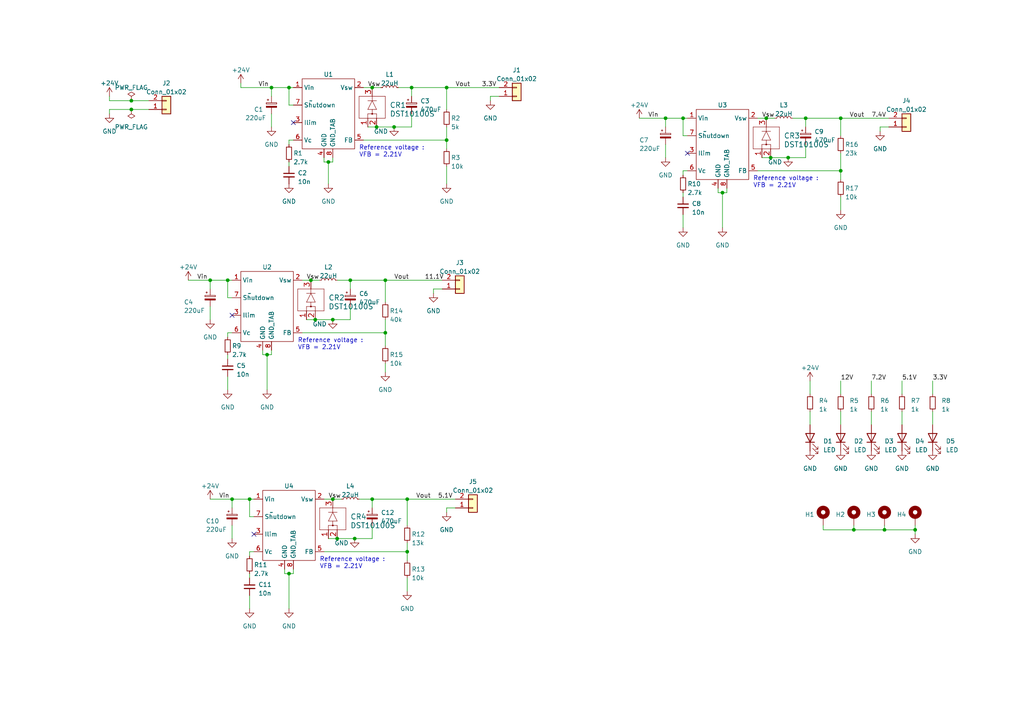
<source format=kicad_sch>
(kicad_sch (version 20230121) (generator eeschema)
  (paper "A4")
  (lib_symbols
    (symbol "2023-03-19_11-33-54:DST10100S" (pin_names (offset 0.254) hide)
      (property "Reference" "CR1" (at 1.27 7.62 0))
      (property "Value" "DST10100S" (at 1.27 5.08 0))
      (symbol "DST10100S_1_1"
        (arc (start -2.54 -0.127) (mid -2.54 -0.127) (end -2.54 -0.127) (stroke (width 0.254)))
        (circle (center -2.54 0) (radius 0.127) (stroke (width 0.254)))
        (polyline (pts (xy -3.81 -3.81) (xy 2.54 -3.81)) (stroke (width 0.127)))
        (polyline (pts (xy -3.81 1.27) (xy -2.54 1.27)) (stroke (width 0.127)))
        (polyline (pts (xy -3.81 3.81) (xy -3.81 -3.81)) (stroke (width 0.127)))
        (polyline (pts (xy -2.54 -1.27) (xy -3.81 -1.27)) (stroke (width 0.127)))
        (polyline (pts (xy -2.54 0) (xy -1.27 0)) (stroke (width 0.127)))
        (polyline (pts (xy -2.54 1.27) (xy -2.54 -1.27)) (stroke (width 0.127)))
        (polyline (pts (xy -1.27 -1.27) (xy 1.27 0)) (stroke (width 0.127)))
        (polyline (pts (xy -1.27 1.27) (xy -1.27 -1.27)) (stroke (width 0.127)))
        (polyline (pts (xy 1.27 0) (xy -1.27 1.27)) (stroke (width 0.127)))
        (polyline (pts (xy 1.27 0) (xy 2.54 0)) (stroke (width 0.127)))
        (polyline (pts (xy 1.27 1.27) (xy 1.27 -1.27)) (stroke (width 0.127)))
        (polyline (pts (xy 2.54 -3.81) (xy 2.54 3.81)) (stroke (width 0.127)))
        (polyline (pts (xy 2.54 3.81) (xy -3.81 3.81)) (stroke (width 0.127)))
        (pin unspecified line (at -6.35 1.27 0) (length 2.54) (name "1") (number "1"))
        (pin unspecified line (at -6.35 -1.27 0) (length 2.54) (name "2") (number "2"))
        (pin unspecified line (at 5.08 0 180) (length 2.54) (name "3") (number "3"))
      )
    )
    (symbol "Connector_Generic:Conn_01x02" (pin_names (offset 1.016) hide)
      (property "Reference" "J" (at 0 2.54 0))
      (property "Value" "Conn_01x02" (at 0 -5.08 0))
      (symbol "Conn_01x02_1_1"
        (rectangle (start -1.27 -2.413) (end 0 -2.667) (stroke (width 0.1524)))
        (rectangle (start -1.27 0.127) (end 0 -0.127) (stroke (width 0.1524)))
        (rectangle (start -1.27 1.27) (end 1.27 -3.81) (stroke (width 0.254)) (fill (type background)))
        (pin passive line (at -5.08 0 0) (length 3.81) (name "Pin_1") (number "1"))
        (pin passive line (at -5.08 -2.54 0) (length 3.81) (name "Pin_2") (number "2"))
      )
    )
    (symbol "Device:C_Polarized_Small" (pin_numbers hide) (pin_names (offset 0.254) hide)
      (property "Reference" "C" (at 0.254 1.778 0))
      (property "Value" "C_Polarized_Small" (at 0.254 -2.032 0))
      (symbol "C_Polarized_Small_0_1"
        (rectangle (start -1.524 -0.3048) (end 1.524 -0.6858) (fill (type outline)))
        (rectangle (start -1.524 0.6858) (end 1.524 0.3048))
        (polyline (pts (xy -1.27 1.524) (xy -0.762 1.524)))
        (polyline (pts (xy -1.016 1.27) (xy -1.016 1.778)))
      )
      (symbol "C_Polarized_Small_1_1"
        (pin passive line (at 0 2.54 270) (length 1.8542) (name "~") (number "1"))
        (pin passive line (at 0 -2.54 90) (length 1.8542) (name "~") (number "2"))
      )
    )
    (symbol "Device:C_Small" (pin_numbers hide) (pin_names (offset 0.254) hide)
      (property "Reference" "C" (at 0.254 1.778 0))
      (property "Value" "C_Small" (at 0.254 -2.032 0))
      (symbol "C_Small_0_1"
        (polyline (pts (xy -1.524 -0.508) (xy 1.524 -0.508)) (stroke (width 0.3302)))
        (polyline (pts (xy -1.524 0.508) (xy 1.524 0.508)) (stroke (width 0.3048)))
      )
      (symbol "C_Small_1_1"
        (pin passive line (at 0 2.54 270) (length 2.032) (name "~") (number "1"))
        (pin passive line (at 0 -2.54 90) (length 2.032) (name "~") (number "2"))
      )
    )
    (symbol "Device:LED" (pin_numbers hide) (pin_names (offset 1.016) hide)
      (property "Reference" "D" (at 0 2.54 0))
      (property "Value" "LED" (at 0 -2.54 0))
      (symbol "LED_0_1"
        (polyline (pts (xy -1.27 -1.27) (xy -1.27 1.27)) (stroke (width 0.254)))
        (polyline (pts (xy -1.27 0) (xy 1.27 0)))
        (polyline (pts (xy 1.27 -1.27) (xy 1.27 1.27) (xy -1.27 0) (xy 1.27 -1.27)) (stroke (width 0.254)))
        (polyline (pts (xy -3.048 -0.762) (xy -4.572 -2.286) (xy -3.81 -2.286) (xy -4.572 -2.286) (xy -4.572 -1.524)))
        (polyline (pts (xy -1.778 -0.762) (xy -3.302 -2.286) (xy -2.54 -2.286) (xy -3.302 -2.286) (xy -3.302 -1.524)))
      )
      (symbol "LED_1_1"
        (pin passive line (at -3.81 0 0) (length 2.54) (name "K") (number "1"))
        (pin passive line (at 3.81 0 180) (length 2.54) (name "A") (number "2"))
      )
    )
    (symbol "Device:L_Small" (pin_numbers hide) (pin_names (offset 0.254) hide)
      (property "Reference" "L" (at 0.762 1.016 0))
      (property "Value" "L_Small" (at 0.762 -1.016 0))
      (symbol "L_Small_0_1"
        (arc (start 0 -2.032) (mid 0.5058 -1.524) (end 0 -1.016))
        (arc (start 0 -1.016) (mid 0.5058 -0.508) (end 0 0))
        (arc (start 0 0) (mid 0.5058 0.508) (end 0 1.016))
        (arc (start 0 1.016) (mid 0.5058 1.524) (end 0 2.032))
      )
      (symbol "L_Small_1_1"
        (pin passive line (at 0 2.54 270) (length 0.508) (name "~") (number "1"))
        (pin passive line (at 0 -2.54 90) (length 0.508) (name "~") (number "2"))
      )
    )
    (symbol "Device:R_Small" (pin_numbers hide) (pin_names (offset 0.254) hide)
      (property "Reference" "R" (at 0.762 0.508 0))
      (property "Value" "R_Small" (at 0.762 -1.016 0))
      (symbol "R_Small_0_1"
        (rectangle (start -0.762 1.778) (end 0.762 -1.778) (stroke (width 0.2032)))
      )
      (symbol "R_Small_1_1"
        (pin passive line (at 0 2.54 270) (length 0.762) (name "~") (number "1"))
        (pin passive line (at 0 -2.54 90) (length 0.762) (name "~") (number "2"))
      )
    )
    (symbol "Mechanical:MountingHole_Pad" (pin_numbers hide) (pin_names (offset 1.016) hide)
      (property "Reference" "H" (at 0 6.35 0))
      (property "Value" "MountingHole_Pad" (at 0 4.445 0))
      (symbol "MountingHole_Pad_0_1"
        (circle (center 0 1.27) (radius 1.27) (stroke (width 1.27)))
      )
      (symbol "MountingHole_Pad_1_1"
        (pin input line (at 0 -2.54 90) (length 2.54) (name "1") (number "1"))
      )
    )
    (symbol "custom:LT1076"
      (property "Reference" "U1" (at 0 10.16 0))
      (property "Value" "~" (at -5.08 2.54 0))
      (symbol "LT1076_0_1"
        (rectangle (start -7.62 8.89) (end 7.62 -11.43))
      )
      (symbol "LT1076_1_1"
        (pin power_in line (at -10.16 6.35 0) (length 2.54) (name "Vin") (number "1"))
        (pin output line (at 10.16 6.35 180) (length 2.54) (name "Vsw") (number "2"))
        (pin input line (at -10.16 -3.81 0) (length 2.54) (name "Ilim") (number "3"))
        (pin power_in line (at -1.27 -13.97 90) (length 2.54) (name "GND") (number "4"))
        (pin input line (at 10.16 -8.89 180) (length 2.54) (name "FB") (number "5"))
        (pin input line (at -10.16 -8.89 0) (length 2.54) (name "Vc") (number "6"))
        (pin input line (at -10.16 1.27 0) (length 2.54) (name "Shutdown") (number "7"))
        (pin power_in line (at 1.27 -13.97 90) (length 2.54) (name "GND_TAB") (number "8"))
      )
    )
    (symbol "power:+24V" (power) (pin_names (offset 0))
      (property "Value" "+24V" (at 0 3.556 0))
      (symbol "+24V_0_1"
        (polyline (pts (xy -0.762 1.27) (xy 0 2.54)))
        (polyline (pts (xy 0 0) (xy 0 2.54)))
        (polyline (pts (xy 0 2.54) (xy 0.762 1.27)))
      )
      (symbol "+24V_1_1"
        (pin power_in line (at 0 0 90) (length 0) hide (name "+24V") (number "1"))
      )
    )
    (symbol "power:GND" (power) (pin_names (offset 0))
      (property "Value" "GND" (at 0 -3.81 0))
      (symbol "GND_0_1"
        (polyline (pts (xy 0 0) (xy 0 -1.27) (xy 1.27 -1.27) (xy 0 -2.54) (xy -1.27 -1.27) (xy 0 -1.27)))
      )
      (symbol "GND_1_1"
        (pin power_in line (at 0 0 270) (length 0) hide (name "GND") (number "1"))
      )
    )
    (symbol "power:PWR_FLAG" (power) (pin_numbers hide) (pin_names (offset 0) hide)
      (property "Value" "PWR_FLAG" (at 0 3.81 0))
      (symbol "PWR_FLAG_0_0"
        (pin power_out line (at 0 0 90) (length 0) (name "pwr") (number "1"))
      )
      (symbol "PWR_FLAG_0_1"
        (polyline (pts (xy 0 0) (xy 0 1.27) (xy -1.016 1.905) (xy 0 2.54) (xy 1.016 1.905) (xy 0 1.27)))
      )
    )
  )
  (junction (at 102.87 156.21))
  (junction (at 91.44 92.71))
  (junction (at 107.95 144.78))
  (junction (at 118.11 144.78))
  (junction (at 78.74 25.4))
  (junction (at 96.52 92.71))
  (junction (at 90.17 81.28))
  (junction (at 111.76 96.52))
  (junction (at 111.76 81.28))
  (junction (at 129.54 40.64))
  (junction (at 60.96 81.28))
  (junction (at 193.04 34.29))
  (junction (at 109.22 36.83))
  (junction (at 77.47 102.87))
  (junction (at 256.54 153.67))
  (junction (at 38.1 29.21))
  (junction (at 243.84 49.53))
  (junction (at 198.12 34.29))
  (junction (at 119.38 25.4))
  (junction (at 38.1 31.75))
  (junction (at 83.82 25.4))
  (junction (at 114.3 36.83))
  (junction (at 243.84 34.29))
  (junction (at 97.79 156.21))
  (junction (at 265.43 153.67))
  (junction (at 222.25 34.29))
  (junction (at 129.54 25.4))
  (junction (at 67.31 144.78))
  (junction (at 118.11 160.02))
  (junction (at 223.52 45.72))
  (junction (at 72.39 144.78))
  (junction (at 107.95 25.4))
  (junction (at 209.55 55.88))
  (junction (at 83.82 166.37))
  (junction (at 96.52 144.78))
  (junction (at 228.6 45.72))
  (junction (at 66.04 81.28))
  (junction (at 101.6 81.28))
  (junction (at 233.68 34.29))
  (junction (at 95.25 46.99))
  (junction (at 247.65 153.67))
  (no_connect (at 73.66 154.94))
  (no_connect (at 85.09 35.56))
  (no_connect (at 67.31 91.44))
  (no_connect (at 199.39 44.45))
  (wire (pts (xy 233.68 34.29) (xy 243.84 34.29)))
  (wire (pts (xy 198.12 50.8) (xy 198.12 49.53)))
  (wire (pts (xy 78.74 33.02) (xy 78.74 36.83)))
  (wire (pts (xy 243.84 110.49) (xy 243.84 114.3)))
  (wire (pts (xy 115.57 25.4) (xy 119.38 25.4)))
  (wire (pts (xy 97.79 156.21) (xy 102.87 156.21)))
  (wire (pts (xy 109.22 36.83) (xy 114.3 36.83)))
  (wire (pts (xy 233.68 41.91) (xy 233.68 45.72)))
  (wire (pts (xy 97.79 81.28) (xy 101.6 81.28)))
  (wire (pts (xy 119.38 27.94) (xy 119.38 25.4)))
  (wire (pts (xy 129.54 36.83) (xy 129.54 40.64)))
  (wire (pts (xy 66.04 102.87) (xy 66.04 104.14)))
  (wire (pts (xy 83.82 166.37) (xy 85.09 166.37)))
  (wire (pts (xy 95.25 53.34) (xy 95.25 46.99)))
  (wire (pts (xy 101.6 88.9) (xy 101.6 92.71)))
  (wire (pts (xy 243.84 34.29) (xy 243.84 39.37)))
  (wire (pts (xy 38.1 31.75) (xy 31.75 31.75)))
  (wire (pts (xy 93.98 46.99) (xy 93.98 45.72)))
  (wire (pts (xy 198.12 49.53) (xy 199.39 49.53)))
  (wire (pts (xy 252.73 119.38) (xy 252.73 123.19)))
  (wire (pts (xy 243.84 49.53) (xy 243.84 52.07)))
  (wire (pts (xy 107.95 147.32) (xy 107.95 144.78)))
  (wire (pts (xy 69.85 25.4) (xy 78.74 25.4)))
  (wire (pts (xy 198.12 62.23) (xy 198.12 66.04)))
  (wire (pts (xy 43.18 29.21) (xy 38.1 29.21)))
  (wire (pts (xy 243.84 119.38) (xy 243.84 123.19)))
  (wire (pts (xy 77.47 113.03) (xy 77.47 102.87)))
  (wire (pts (xy 101.6 81.28) (xy 111.76 81.28)))
  (wire (pts (xy 60.96 144.78) (xy 67.31 144.78)))
  (wire (pts (xy 257.81 36.83) (xy 255.27 36.83)))
  (wire (pts (xy 66.04 97.79) (xy 66.04 96.52)))
  (wire (pts (xy 76.2 102.87) (xy 76.2 101.6)))
  (wire (pts (xy 66.04 109.22) (xy 66.04 113.03)))
  (wire (pts (xy 78.74 25.4) (xy 83.82 25.4)))
  (wire (pts (xy 111.76 96.52) (xy 111.76 100.33)))
  (wire (pts (xy 142.24 27.94) (xy 142.24 29.21)))
  (wire (pts (xy 198.12 34.29) (xy 199.39 34.29)))
  (wire (pts (xy 54.61 81.28) (xy 60.96 81.28)))
  (wire (pts (xy 119.38 33.02) (xy 119.38 36.83)))
  (wire (pts (xy 234.95 110.49) (xy 234.95 114.3)))
  (wire (pts (xy 105.41 25.4) (xy 107.95 25.4)))
  (wire (pts (xy 90.17 81.28) (xy 92.71 81.28)))
  (wire (pts (xy 128.27 83.82) (xy 125.73 83.82)))
  (wire (pts (xy 93.98 144.78) (xy 96.52 144.78)))
  (wire (pts (xy 66.04 81.28) (xy 66.04 86.36)))
  (wire (pts (xy 223.52 45.72) (xy 220.98 45.72)))
  (wire (pts (xy 118.11 157.48) (xy 118.11 160.02)))
  (wire (pts (xy 107.95 144.78) (xy 118.11 144.78)))
  (wire (pts (xy 233.68 36.83) (xy 233.68 34.29)))
  (wire (pts (xy 93.98 160.02) (xy 118.11 160.02)))
  (wire (pts (xy 91.44 92.71) (xy 88.9 92.71)))
  (wire (pts (xy 119.38 25.4) (xy 129.54 25.4)))
  (wire (pts (xy 129.54 25.4) (xy 144.78 25.4)))
  (wire (pts (xy 270.51 119.38) (xy 270.51 123.19)))
  (wire (pts (xy 60.96 81.28) (xy 60.96 83.82)))
  (wire (pts (xy 111.76 92.71) (xy 111.76 96.52)))
  (wire (pts (xy 129.54 40.64) (xy 129.54 43.18)))
  (wire (pts (xy 129.54 48.26) (xy 129.54 53.34)))
  (wire (pts (xy 83.82 25.4) (xy 83.82 30.48)))
  (wire (pts (xy 111.76 105.41) (xy 111.76 107.95)))
  (wire (pts (xy 256.54 153.67) (xy 265.43 153.67)))
  (wire (pts (xy 118.11 144.78) (xy 118.11 152.4)))
  (wire (pts (xy 198.12 34.29) (xy 198.12 39.37)))
  (wire (pts (xy 107.95 156.21) (xy 102.87 156.21)))
  (wire (pts (xy 247.65 153.67) (xy 256.54 153.67)))
  (wire (pts (xy 193.04 41.91) (xy 193.04 45.72)))
  (wire (pts (xy 208.28 55.88) (xy 208.28 54.61)))
  (wire (pts (xy 82.55 166.37) (xy 82.55 165.1)))
  (wire (pts (xy 83.82 46.99) (xy 83.82 48.26)))
  (wire (pts (xy 101.6 92.71) (xy 96.52 92.71)))
  (wire (pts (xy 238.76 152.4) (xy 238.76 153.67)))
  (wire (pts (xy 38.1 29.21) (xy 31.75 29.21)))
  (wire (pts (xy 107.95 25.4) (xy 110.49 25.4)))
  (wire (pts (xy 76.2 102.87) (xy 77.47 102.87)))
  (wire (pts (xy 96.52 46.99) (xy 96.52 45.72)))
  (wire (pts (xy 82.55 166.37) (xy 83.82 166.37)))
  (wire (pts (xy 97.79 156.21) (xy 95.25 156.21)))
  (wire (pts (xy 198.12 39.37) (xy 199.39 39.37)))
  (wire (pts (xy 67.31 144.78) (xy 67.31 147.32)))
  (wire (pts (xy 118.11 144.78) (xy 132.08 144.78)))
  (wire (pts (xy 83.82 25.4) (xy 85.09 25.4)))
  (wire (pts (xy 111.76 81.28) (xy 111.76 87.63)))
  (wire (pts (xy 193.04 34.29) (xy 193.04 36.83)))
  (wire (pts (xy 256.54 152.4) (xy 256.54 153.67)))
  (wire (pts (xy 60.96 88.9) (xy 60.96 92.71)))
  (wire (pts (xy 105.41 40.64) (xy 129.54 40.64)))
  (wire (pts (xy 60.96 81.28) (xy 66.04 81.28)))
  (wire (pts (xy 72.39 144.78) (xy 72.39 149.86)))
  (wire (pts (xy 118.11 167.64) (xy 118.11 171.45)))
  (wire (pts (xy 43.18 31.75) (xy 38.1 31.75)))
  (wire (pts (xy 78.74 102.87) (xy 78.74 101.6)))
  (wire (pts (xy 31.75 31.75) (xy 31.75 33.02)))
  (wire (pts (xy 83.82 41.91) (xy 83.82 40.64)))
  (wire (pts (xy 208.28 55.88) (xy 209.55 55.88)))
  (wire (pts (xy 67.31 144.78) (xy 72.39 144.78)))
  (wire (pts (xy 31.75 29.21) (xy 31.75 27.94)))
  (wire (pts (xy 210.82 55.88) (xy 210.82 54.61)))
  (wire (pts (xy 185.42 34.29) (xy 193.04 34.29)))
  (wire (pts (xy 261.62 119.38) (xy 261.62 123.19)))
  (wire (pts (xy 125.73 83.82) (xy 125.73 85.09)))
  (wire (pts (xy 66.04 81.28) (xy 67.31 81.28)))
  (wire (pts (xy 238.76 153.67) (xy 247.65 153.67)))
  (wire (pts (xy 255.27 36.83) (xy 255.27 38.1)))
  (wire (pts (xy 95.25 46.99) (xy 96.52 46.99)))
  (wire (pts (xy 111.76 81.28) (xy 128.27 81.28)))
  (wire (pts (xy 101.6 83.82) (xy 101.6 81.28)))
  (wire (pts (xy 243.84 34.29) (xy 257.81 34.29)))
  (wire (pts (xy 83.82 40.64) (xy 85.09 40.64)))
  (wire (pts (xy 96.52 144.78) (xy 99.06 144.78)))
  (wire (pts (xy 243.84 57.15) (xy 243.84 60.96)))
  (wire (pts (xy 219.71 49.53) (xy 243.84 49.53)))
  (wire (pts (xy 72.39 160.02) (xy 73.66 160.02)))
  (wire (pts (xy 87.63 81.28) (xy 90.17 81.28)))
  (wire (pts (xy 91.44 92.71) (xy 96.52 92.71)))
  (wire (pts (xy 87.63 96.52) (xy 111.76 96.52)))
  (wire (pts (xy 270.51 110.49) (xy 270.51 114.3)))
  (wire (pts (xy 72.39 144.78) (xy 73.66 144.78)))
  (wire (pts (xy 83.82 176.53) (xy 83.82 166.37)))
  (wire (pts (xy 107.95 152.4) (xy 107.95 156.21)))
  (wire (pts (xy 83.82 30.48) (xy 85.09 30.48)))
  (wire (pts (xy 234.95 119.38) (xy 234.95 123.19)))
  (wire (pts (xy 129.54 147.32) (xy 129.54 148.59)))
  (wire (pts (xy 233.68 45.72) (xy 228.6 45.72)))
  (wire (pts (xy 85.09 166.37) (xy 85.09 165.1)))
  (wire (pts (xy 72.39 149.86) (xy 73.66 149.86)))
  (wire (pts (xy 109.22 36.83) (xy 106.68 36.83)))
  (wire (pts (xy 72.39 172.72) (xy 72.39 176.53)))
  (wire (pts (xy 104.14 144.78) (xy 107.95 144.78)))
  (wire (pts (xy 265.43 153.67) (xy 265.43 154.94)))
  (wire (pts (xy 223.52 45.72) (xy 228.6 45.72)))
  (wire (pts (xy 66.04 86.36) (xy 67.31 86.36)))
  (wire (pts (xy 69.85 24.13) (xy 69.85 25.4)))
  (wire (pts (xy 72.39 166.37) (xy 72.39 167.64)))
  (wire (pts (xy 77.47 102.87) (xy 78.74 102.87)))
  (wire (pts (xy 209.55 66.04) (xy 209.55 55.88)))
  (wire (pts (xy 129.54 25.4) (xy 129.54 31.75)))
  (wire (pts (xy 72.39 161.29) (xy 72.39 160.02)))
  (wire (pts (xy 252.73 110.49) (xy 252.73 114.3)))
  (wire (pts (xy 243.84 44.45) (xy 243.84 49.53)))
  (wire (pts (xy 118.11 160.02) (xy 118.11 162.56)))
  (wire (pts (xy 144.78 27.94) (xy 142.24 27.94)))
  (wire (pts (xy 247.65 152.4) (xy 247.65 153.67)))
  (wire (pts (xy 132.08 147.32) (xy 129.54 147.32)))
  (wire (pts (xy 78.74 25.4) (xy 78.74 27.94)))
  (wire (pts (xy 229.87 34.29) (xy 233.68 34.29)))
  (wire (pts (xy 261.62 110.49) (xy 261.62 114.3)))
  (wire (pts (xy 93.98 46.99) (xy 95.25 46.99)))
  (wire (pts (xy 219.71 34.29) (xy 222.25 34.29)))
  (wire (pts (xy 209.55 55.88) (xy 210.82 55.88)))
  (wire (pts (xy 67.31 152.4) (xy 67.31 156.21)))
  (wire (pts (xy 265.43 152.4) (xy 265.43 153.67)))
  (wire (pts (xy 198.12 55.88) (xy 198.12 57.15)))
  (wire (pts (xy 66.04 96.52) (xy 67.31 96.52)))
  (wire (pts (xy 119.38 36.83) (xy 114.3 36.83)))
  (wire (pts (xy 222.25 34.29) (xy 224.79 34.29)))
  (wire (pts (xy 193.04 34.29) (xy 198.12 34.29)))
  (text "Reference voltage :\nVFB = 2.21V" (at 218.44 54.61 0) (effects (font (size 1.27 1.27)) (justify left bottom)))
  (text "Reference voltage :\nVFB = 2.21V" (at 104.14 45.72 0) (effects (font (size 1.27 1.27)) (justify left bottom)))
  (text "Reference voltage :\nVFB = 2.21V" (at 86.36 101.6 0) (effects (font (size 1.27 1.27)) (justify left bottom)))
  (text "Reference voltage :\nVFB = 2.21V" (at 92.71 165.1 0) (effects (font (size 1.27 1.27)) (justify left bottom)))
  (label "5.1V" (at 127 144.78 0))
  (label "Vin" (at 187.96 34.29 0))
  (label "Vout" (at 246.38 34.29 0))
  (label "Vout" (at 120.65 144.78 0))
  (label "Vsw" (at 95.25 144.78 0))
  (label "Vout" (at 114.3 81.28 0))
  (label "7.2V" (at 252.73 110.49 0))
  (label "Vin" (at 63.5 144.78 0))
  (label "Vin" (at 57.15 81.28 0))
  (label "12V" (at 243.84 110.49 0))
  (label "5.1V" (at 261.62 110.49 0))
  (label "11.1V" (at 123.19 81.28 0))
  (label "Vout" (at 132.08 25.4 0))
  (label "Vin" (at 74.93 25.4 0))
  (label "3.3V" (at 270.51 110.49 0))
  (label "Vsw" (at 106.68 25.4 0))
  (label "Vsw" (at 88.9 81.28 0))
  (label "3.3V" (at 139.7 25.4 0))
  (label "7.4V" (at 252.73 34.29 0))
  (label "Vsw" (at 220.98 34.29 0))
  (symbol (lib_id "power:GND") (at 95.25 53.34 0) (unit 1)
    (property "Reference" "#PWR04" (effects hide))
    (property "Value" "GND" (at 95.25 58.42 0))
  )
  (symbol (lib_id "power:GND") (at 129.54 148.59 0) (unit 1)
    (property "Reference" "#PWR012" (effects hide))
    (property "Value" "GND" (at 129.54 153.67 0))
  )
  (symbol (lib_id "Mechanical:MountingHole_Pad") (at 265.43 149.86 0) (unit 1)
    (property "Reference" "H4" (at 262.89 149.225 0) (effects (justify right)))
    (property "Value" "MountingHole_Pad" (effects hide))
    (property "Footprint" "MountingHole:MountingHole_3.2mm_M3_Pad_Via" (effects hide))
  )
  (symbol (lib_id "Connector_Generic:Conn_01x02") (at 133.35 83.82 0) (mirror x) (unit 1)
    (property "Reference" "J3" (at 133.35 76.2 0))
    (property "Value" "Conn_01x02" (at 133.35 78.74 0))
    (property "Footprint" "Connector_JST:JST_XH_B2B-XH-A_1x02_P2.50mm_Vertical" (effects hide))
  )
  (symbol (lib_id "Device:L_Small") (at 227.33 34.29 90) (unit 1)
    (property "Reference" "L3" (at 227.33 30.48 90))
    (property "Value" "22uH" (at 227.33 33.02 90))
    (property "Footprint" "Inductor_SMD:L_Wuerth_WE-PD-Typ-LS_Handsoldering" (effects hide))
    (property "MFR" "7447709220" (effects hide))
  )
  (symbol (lib_id "Device:R_Small") (at 111.76 90.17 0) (unit 1)
    (property "Reference" "R14" (at 113.03 90.17 0) (effects (justify left)))
    (property "Value" "40k" (at 113.03 92.71 0) (effects (justify left)))
    (property "Footprint" "Resistor_SMD:R_0603_1608Metric_Pad0.98x0.95mm_HandSolder" (effects hide))
  )
  (symbol (lib_id "Device:C_Polarized_Small") (at 78.74 30.48 0) (unit 1)
    (property "Reference" "C1" (at 73.66 31.75 0) (effects (justify left)))
    (property "Value" "220uF" (at 71.12 34.2011 0) (effects (justify left)))
    (property "Footprint" "Capacitor_SMD:CP_Elec_10x10.5" (effects hide))
    (property "MFR" "865060657012" (effects hide))
    (property "Vmax" "50V" (effects hide))
  )
  (symbol (lib_id "power:GND") (at 252.73 130.81 0) (unit 1)
    (property "Reference" "#PWR016" (effects hide))
    (property "Value" "GND" (at 252.73 135.89 0))
  )
  (symbol (lib_id "Device:R_Small") (at 66.04 100.33 0) (unit 1)
    (property "Reference" "R9" (at 67.31 100.33 0) (effects (justify left)))
    (property "Value" "2.7k" (at 67.31 102.87 0) (effects (justify left)))
    (property "Footprint" "Resistor_SMD:R_0603_1608Metric_Pad0.98x0.95mm_HandSolder" (effects hide))
  )
  (symbol (lib_id "Device:C_Polarized_Small") (at 67.31 149.86 0) (unit 1)
    (property "Reference" "C10" (at 59.69 151.13 0) (effects (justify left)))
    (property "Value" "220uF" (at 59.69 153.5811 0) (effects (justify left)))
    (property "Footprint" "Capacitor_SMD:CP_Elec_10x10.5" (effects hide))
    (property "MFR" "865060657012" (effects hide))
    (property "Vmax" "50V" (effects hide))
  )
  (symbol (lib_id "power:GND") (at 78.74 36.83 0) (unit 1)
    (property "Reference" "#PWR02" (effects hide))
    (property "Value" "GND" (at 78.74 41.91 0))
  )
  (symbol (lib_id "Device:L_Small") (at 113.03 25.4 90) (unit 1)
    (property "Reference" "L1" (at 113.03 21.59 90))
    (property "Value" "22uH" (at 113.03 24.13 90))
    (property "Footprint" "Inductor_SMD:L_Wuerth_WE-PD-Typ-LS_Handsoldering" (effects hide))
    (property "MFR" "7447709220" (effects hide))
  )
  (symbol (lib_id "power:GND") (at 209.55 66.04 0) (unit 1)
    (property "Reference" "#PWR029" (effects hide))
    (property "Value" "GND" (at 209.55 71.12 0))
  )
  (symbol (lib_id "2023-03-19_11-33-54:DST10100S") (at 222.25 39.37 90) (unit 1)
    (property "Reference" "CR3" (at 227.33 39.37 90) (effects (font (size 1.524 1.524)) (justify right)))
    (property "Value" "DST10100S" (at 227.33 41.91 90) (effects (font (size 1.524 1.524)) (justify right)))
    (property "Footprint" "libs:DST10100S" (effects hide))
  )
  (symbol (lib_id "Mechanical:MountingHole_Pad") (at 256.54 149.86 0) (unit 1)
    (property "Reference" "H3" (at 254 149.225 0) (effects (justify right)))
    (property "Value" "MountingHole_Pad" (effects hide))
    (property "Footprint" "MountingHole:MountingHole_3.2mm_M3_Pad_Via" (effects hide))
  )
  (symbol (lib_id "Device:R_Small") (at 83.82 44.45 0) (unit 1)
    (property "Reference" "R1" (at 85.09 44.45 0) (effects (justify left)))
    (property "Value" "2.7k" (at 85.09 46.99 0) (effects (justify left)))
    (property "Footprint" "Resistor_SMD:R_0603_1608Metric_Pad0.98x0.95mm_HandSolder" (effects hide))
  )
  (symbol (lib_id "power:GND") (at 261.62 130.81 0) (unit 1)
    (property "Reference" "#PWR017" (effects hide))
    (property "Value" "GND" (at 261.62 135.89 0))
  )
  (symbol (lib_id "Device:R_Small") (at 118.11 154.94 0) (unit 1)
    (property "Reference" "R12" (at 119.38 154.94 0) (effects (justify left)))
    (property "Value" "13k" (at 119.38 157.48 0) (effects (justify left)))
    (property "Footprint" "Resistor_SMD:R_0603_1608Metric_Pad0.98x0.95mm_HandSolder" (effects hide))
  )
  (symbol (lib_id "custom:LT1076") (at 95.25 31.75 0) (unit 1)
    (property "Reference" "U1" (at 95.25 21.59 0))
    (property "Value" "~" (at 90.17 29.21 0))
    (property "Footprint" "libs:LT1076CR-PBF" (effects hide))
  )
  (symbol (lib_id "power:GND") (at 142.24 29.21 0) (unit 1)
    (property "Reference" "#PWR07" (effects hide))
    (property "Value" "GND" (at 142.24 34.29 0))
  )
  (symbol (lib_id "power:GND") (at 234.95 130.81 0) (unit 1)
    (property "Reference" "#PWR014" (effects hide))
    (property "Value" "GND" (at 234.95 135.89 0))
  )
  (symbol (lib_id "Device:R_Small") (at 252.73 116.84 0) (unit 1)
    (property "Reference" "R6" (at 255.27 116.205 0) (effects (justify left)))
    (property "Value" "1k" (at 255.27 118.745 0) (effects (justify left)))
    (property "Footprint" "Resistor_SMD:R_0603_1608Metric_Pad0.98x0.95mm_HandSolder" (effects hide))
  )
  (symbol (lib_id "Device:R_Small") (at 243.84 116.84 0) (unit 1)
    (property "Reference" "R5" (at 246.38 116.205 0) (effects (justify left)))
    (property "Value" "1k" (at 246.38 118.745 0) (effects (justify left)))
    (property "Footprint" "Resistor_SMD:R_0603_1608Metric_Pad0.98x0.95mm_HandSolder" (effects hide))
  )
  (symbol (lib_id "Device:C_Polarized_Small") (at 60.96 86.36 0) (unit 1)
    (property "Reference" "C4" (at 53.34 87.63 0) (effects (justify left)))
    (property "Value" "220uF" (at 53.34 90.0811 0) (effects (justify left)))
    (property "Footprint" "Capacitor_SMD:CP_Elec_10x10.5" (effects hide))
    (property "MFR" "865060657012" (effects hide))
    (property "Vmax" "50V" (effects hide))
  )
  (symbol (lib_id "Device:R_Small") (at 118.11 165.1 0) (unit 1)
    (property "Reference" "R13" (at 119.38 165.1 0) (effects (justify left)))
    (property "Value" "10k" (at 119.38 167.64 0) (effects (justify left)))
    (property "Footprint" "Resistor_SMD:R_0603_1608Metric_Pad0.98x0.95mm_HandSolder" (effects hide))
  )
  (symbol (lib_id "power:GND") (at 31.75 33.02 0) (unit 1)
    (property "Reference" "#PWR09" (effects hide))
    (property "Value" "GND" (at 31.75 38.1 0))
  )
  (symbol (lib_id "Connector_Generic:Conn_01x02") (at 48.26 31.75 0) (mirror x) (unit 1)
    (property "Reference" "J2" (at 48.26 24.13 0))
    (property "Value" "Conn_01x02" (at 48.26 26.67 0))
    (property "Footprint" "Connector_JST:JST_XH_B2B-XH-A_1x02_P2.50mm_Vertical" (effects hide))
  )
  (symbol (lib_id "2023-03-19_11-33-54:DST10100S") (at 96.52 149.86 90) (unit 1)
    (property "Reference" "CR4" (at 101.6 149.86 90) (effects (font (size 1.524 1.524)) (justify right)))
    (property "Value" "DST10100S" (at 101.6 152.4 90) (effects (font (size 1.524 1.524)) (justify right)))
    (property "Footprint" "libs:DST10100S" (effects hide))
  )
  (symbol (lib_id "power:+24V") (at 234.95 110.49 0) (unit 1)
    (property "Reference" "#PWR013" (effects hide))
    (property "Value" "+24V" (at 234.95 106.68 0))
  )
  (symbol (lib_id "power:GND") (at 60.96 92.71 0) (unit 1)
    (property "Reference" "#PWR021" (effects hide))
    (property "Value" "GND" (at 60.96 97.79 0))
  )
  (symbol (lib_id "power:GND") (at 125.73 85.09 0) (unit 1)
    (property "Reference" "#PWR010" (effects hide))
    (property "Value" "GND" (at 125.73 90.17 0))
  )
  (symbol (lib_id "Device:R_Small") (at 129.54 34.29 0) (unit 1)
    (property "Reference" "R2" (at 130.81 34.29 0) (effects (justify left)))
    (property "Value" "5k" (at 130.81 36.83 0) (effects (justify left)))
    (property "Footprint" "Resistor_SMD:R_0603_1608Metric_Pad0.98x0.95mm_HandSolder" (effects hide))
  )
  (symbol (lib_id "2023-03-19_11-33-54:DST10100S") (at 107.95 30.48 90) (unit 1)
    (property "Reference" "CR1" (at 113.03 30.48 90) (effects (font (size 1.524 1.524)) (justify right)))
    (property "Value" "DST10100S" (at 113.03 33.02 90) (effects (font (size 1.524 1.524)) (justify right)))
    (property "Footprint" "libs:DST10100S" (effects hide))
  )
  (symbol (lib_id "Device:C_Small") (at 83.82 50.8 0) (unit 1)
    (property "Reference" "C2" (at 86.36 50.1713 0) (effects (justify left)))
    (property "Value" "10n" (at 86.36 52.7113 0) (effects (justify left)))
    (property "Footprint" "Capacitor_SMD:C_0603_1608Metric_Pad1.08x0.95mm_HandSolder" (effects hide))
  )
  (symbol (lib_id "Mechanical:MountingHole_Pad") (at 238.76 149.86 0) (unit 1)
    (property "Reference" "H1" (at 236.22 149.225 0) (effects (justify right)))
    (property "Value" "MountingHole_Pad" (effects hide))
    (property "Footprint" "MountingHole:MountingHole_3.2mm_M3_Pad_Via" (effects hide))
  )
  (symbol (lib_id "Device:L_Small") (at 95.25 81.28 90) (unit 1)
    (property "Reference" "L2" (at 95.25 77.47 90))
    (property "Value" "22uH" (at 95.25 80.01 90))
    (property "Footprint" "Inductor_SMD:L_Wuerth_WE-PD-Typ-LS_Handsoldering" (effects hide))
    (property "MFR" "7447709220" (effects hide))
  )
  (symbol (lib_id "power:GND") (at 72.39 176.53 0) (unit 1)
    (property "Reference" "#PWR034" (effects hide))
    (property "Value" "GND" (at 72.39 181.61 0))
  )
  (symbol (lib_id "power:GND") (at 102.87 156.21 0) (unit 1)
    (property "Reference" "#PWR036" (effects hide))
    (property "Value" "GND" (at 99.06 157.48 0))
  )
  (symbol (lib_id "Device:L_Small") (at 101.6 144.78 90) (unit 1)
    (property "Reference" "L4" (at 101.6 140.97 90))
    (property "Value" "22uH" (at 101.6 143.51 90))
    (property "Footprint" "Inductor_SMD:L_Wuerth_WE-PD-Typ-LS_Handsoldering" (effects hide))
    (property "MFR" "7447709220" (effects hide))
  )
  (symbol (lib_id "2023-03-19_11-33-54:DST10100S") (at 90.17 86.36 90) (unit 1)
    (property "Reference" "CR2" (at 95.25 86.36 90) (effects (font (size 1.524 1.524)) (justify right)))
    (property "Value" "DST10100S" (at 95.25 88.9 90) (effects (font (size 1.524 1.524)) (justify right)))
    (property "Footprint" "libs:DST10100S" (effects hide))
  )
  (symbol (lib_id "Device:LED") (at 243.84 127 90) (unit 1)
    (property "Reference" "D2" (at 247.65 127.9525 90) (effects (justify right)))
    (property "Value" "LED" (at 247.65 130.4925 90) (effects (justify right)))
    (property "Footprint" "LED_SMD:LED_0603_1608Metric_Pad1.05x0.95mm_HandSolder" (effects hide))
  )
  (symbol (lib_id "power:PWR_FLAG") (at 38.1 29.21 0) (unit 1)
    (property "Reference" "#FLG01" (effects hide))
    (property "Value" "PWR_FLAG" (at 38.1 25.4 0))
  )
  (symbol (lib_id "power:GND") (at 243.84 130.81 0) (unit 1)
    (property "Reference" "#PWR015" (effects hide))
    (property "Value" "GND" (at 243.84 135.89 0))
  )
  (symbol (lib_id "power:PWR_FLAG") (at 38.1 31.75 180) (unit 1)
    (property "Reference" "#FLG02" (effects hide))
    (property "Value" "PWR_FLAG" (at 38.1 36.83 0))
  )
  (symbol (lib_id "power:GND") (at 77.47 113.03 0) (unit 1)
    (property "Reference" "#PWR023" (effects hide))
    (property "Value" "GND" (at 77.47 118.11 0))
  )
  (symbol (lib_id "Connector_Generic:Conn_01x02") (at 149.86 27.94 0) (mirror x) (unit 1)
    (property "Reference" "J1" (at 149.86 20.32 0))
    (property "Value" "Conn_01x02" (at 149.86 22.86 0))
    (property "Footprint" "Connector_JST:JST_XH_B2B-XH-A_1x02_P2.50mm_Vertical" (effects hide))
  )
  (symbol (lib_id "power:GND") (at 193.04 45.72 0) (unit 1)
    (property "Reference" "#PWR027" (effects hide))
    (property "Value" "GND" (at 193.04 50.8 0))
  )
  (symbol (lib_id "Device:R_Small") (at 270.51 116.84 0) (unit 1)
    (property "Reference" "R8" (at 273.05 116.205 0) (effects (justify left)))
    (property "Value" "1k" (at 273.05 118.745 0) (effects (justify left)))
    (property "Footprint" "Resistor_SMD:R_0603_1608Metric_Pad0.98x0.95mm_HandSolder" (effects hide))
  )
  (symbol (lib_id "power:GND") (at 96.52 92.71 0) (unit 1)
    (property "Reference" "#PWR024" (effects hide))
    (property "Value" "GND" (at 92.71 93.98 0))
  )
  (symbol (lib_id "Device:R_Small") (at 198.12 53.34 0) (unit 1)
    (property "Reference" "R10" (at 199.39 53.34 0) (effects (justify left)))
    (property "Value" "2.7k" (at 199.39 55.88 0) (effects (justify left)))
    (property "Footprint" "Resistor_SMD:R_0603_1608Metric_Pad0.98x0.95mm_HandSolder" (effects hide))
  )
  (symbol (lib_id "power:+24V") (at 60.96 144.78 0) (unit 1)
    (property "Reference" "#PWR026" (effects hide))
    (property "Value" "+24V" (at 60.96 140.97 0))
  )
  (symbol (lib_id "Device:LED") (at 252.73 127 90) (unit 1)
    (property "Reference" "D3" (at 256.54 127.9525 90) (effects (justify right)))
    (property "Value" "LED" (at 256.54 130.4925 90) (effects (justify right)))
    (property "Footprint" "LED_SMD:LED_0603_1608Metric_Pad1.05x0.95mm_HandSolder" (effects hide))
  )
  (symbol (lib_id "Device:C_Small") (at 198.12 59.69 0) (unit 1)
    (property "Reference" "C8" (at 200.66 59.0613 0) (effects (justify left)))
    (property "Value" "10n" (at 200.66 61.6013 0) (effects (justify left)))
    (property "Footprint" "Capacitor_SMD:C_0603_1608Metric_Pad1.08x0.95mm_HandSolder" (effects hide))
  )
  (symbol (lib_id "power:GND") (at 118.11 171.45 0) (unit 1)
    (property "Reference" "#PWR037" (effects hide))
    (property "Value" "GND" (at 118.11 176.53 0))
  )
  (symbol (lib_id "Device:C_Polarized_Small") (at 119.38 30.48 0) (unit 1)
    (property "Reference" "C3" (at 121.92 29.2989 0) (effects (justify left)))
    (property "Value" "470uF" (at 121.92 31.75 0) (effects (justify left)))
    (property "Footprint" "Capacitor_SMD:CP_Elec_10x10.5" (effects hide))
    (property "MFR" "865060457009" (effects hide))
  )
  (symbol (lib_id "power:GND") (at 83.82 176.53 0) (unit 1)
    (property "Reference" "#PWR035" (effects hide))
    (property "Value" "GND" (at 83.82 181.61 0))
  )
  (symbol (lib_id "custom:LT1076") (at 209.55 40.64 0) (unit 1)
    (property "Reference" "U3" (at 209.55 30.48 0))
    (property "Value" "~" (at 204.47 38.1 0))
    (property "Footprint" "libs:LT1076CR-PBF" (effects hide))
  )
  (symbol (lib_id "Device:R_Small") (at 243.84 41.91 0) (unit 1)
    (property "Reference" "R16" (at 245.11 41.91 0) (effects (justify left)))
    (property "Value" "23k" (at 245.11 44.45 0) (effects (justify left)))
    (property "Footprint" "Resistor_SMD:R_0603_1608Metric_Pad0.98x0.95mm_HandSolder" (effects hide))
  )
  (symbol (lib_id "power:GND") (at 255.27 38.1 0) (unit 1)
    (property "Reference" "#PWR011" (effects hide))
    (property "Value" "GND" (at 255.27 43.18 0))
  )
  (symbol (lib_id "Device:C_Polarized_Small") (at 107.95 149.86 0) (unit 1)
    (property "Reference" "C12" (at 110.49 148.6789 0) (effects (justify left)))
    (property "Value" "470uF" (at 110.49 151.13 0) (effects (justify left)))
    (property "Footprint" "Capacitor_SMD:CP_Elec_10x10.5" (effects hide))
    (property "MFR" "865060457009" (effects hide))
  )
  (symbol (lib_id "power:GND") (at 265.43 154.94 0) (unit 1)
    (property "Reference" "#PWR018" (effects hide))
    (property "Value" "GND" (at 265.43 160.02 0))
  )
  (symbol (lib_id "Device:R_Small") (at 234.95 116.84 0) (unit 1)
    (property "Reference" "R4" (at 237.49 116.205 0) (effects (justify left)))
    (property "Value" "1k" (at 237.49 118.745 0) (effects (justify left)))
    (property "Footprint" "Resistor_SMD:R_0603_1608Metric_Pad0.98x0.95mm_HandSolder" (effects hide))
  )
  (symbol (lib_id "Device:R_Small") (at 243.84 54.61 0) (unit 1)
    (property "Reference" "R17" (at 245.11 54.61 0) (effects (justify left)))
    (property "Value" "10k" (at 245.11 57.15 0) (effects (justify left)))
    (property "Footprint" "Resistor_SMD:R_0603_1608Metric_Pad0.98x0.95mm_HandSolder" (effects hide))
  )
  (symbol (lib_id "Connector_Generic:Conn_01x02") (at 137.16 147.32 0) (mirror x) (unit 1)
    (property "Reference" "J5" (at 137.16 139.7 0))
    (property "Value" "Conn_01x02" (at 137.16 142.24 0))
    (property "Footprint" "Connector_JST:JST_XH_B2B-XH-A_1x02_P2.50mm_Vertical" (effects hide))
  )
  (symbol (lib_id "power:GND") (at 228.6 45.72 0) (unit 1)
    (property "Reference" "#PWR030" (effects hide))
    (property "Value" "GND" (at 224.79 46.99 0))
  )
  (symbol (lib_id "Device:C_Polarized_Small") (at 101.6 86.36 0) (unit 1)
    (property "Reference" "C6" (at 104.14 85.1789 0) (effects (justify left)))
    (property "Value" "470uF" (at 104.14 87.63 0) (effects (justify left)))
    (property "Footprint" "Capacitor_SMD:CP_Elec_10x10.5" (effects hide))
    (property "MFR" "865060457009" (effects hide))
  )
  (symbol (lib_id "power:+24V") (at 31.75 27.94 0) (unit 1)
    (property "Reference" "#PWR01" (effects hide))
    (property "Value" "+24V" (at 31.75 24.13 0))
  )
  (symbol (lib_id "Device:R_Small") (at 261.62 116.84 0) (unit 1)
    (property "Reference" "R7" (at 264.16 116.205 0) (effects (justify left)))
    (property "Value" "1k" (at 264.16 118.745 0) (effects (justify left)))
    (property "Footprint" "Resistor_SMD:R_0603_1608Metric_Pad0.98x0.95mm_HandSolder" (effects hide))
  )
  (symbol (lib_id "custom:LT1076") (at 83.82 151.13 0) (unit 1)
    (property "Reference" "U4" (at 83.82 140.97 0))
    (property "Value" "~" (at 78.74 148.59 0))
    (property "Footprint" "libs:LT1076CR-PBF" (effects hide))
  )
  (symbol (lib_id "power:+24V") (at 54.61 81.28 0) (unit 1)
    (property "Reference" "#PWR020" (effects hide))
    (property "Value" "+24V" (at 54.61 77.47 0))
  )
  (symbol (lib_id "power:+24V") (at 185.42 34.29 0) (unit 1)
    (property "Reference" "#PWR038" (effects hide))
    (property "Value" "+24V" (at 185.42 30.48 0))
  )
  (symbol (lib_id "power:+24V") (at 69.85 24.13 0) (unit 1)
    (property "Reference" "#PWR08" (effects hide))
    (property "Value" "+24V" (at 69.85 20.32 0))
  )
  (symbol (lib_id "Device:R_Small") (at 111.76 102.87 0) (unit 1)
    (property "Reference" "R15" (at 113.03 102.87 0) (effects (justify left)))
    (property "Value" "10k" (at 113.03 105.41 0) (effects (justify left)))
    (property "Footprint" "Resistor_SMD:R_0603_1608Metric_Pad0.98x0.95mm_HandSolder" (effects hide))
  )
  (symbol (lib_id "Device:C_Polarized_Small") (at 233.68 39.37 0) (unit 1)
    (property "Reference" "C9" (at 236.22 38.1889 0) (effects (justify left)))
    (property "Value" "470uF" (at 236.22 40.64 0) (effects (justify left)))
    (property "Footprint" "Capacitor_SMD:CP_Elec_10x10.5" (effects hide))
    (property "MFR" "865060457009" (effects hide))
  )
  (symbol (lib_id "power:GND") (at 83.82 53.34 0) (unit 1)
    (property "Reference" "#PWR03" (effects hide))
    (property "Value" "GND" (at 83.82 58.42 0))
  )
  (symbol (lib_id "power:GND") (at 129.54 53.34 0) (unit 1)
    (property "Reference" "#PWR06" (effects hide))
    (property "Value" "GND" (at 129.54 58.42 0))
  )
  (symbol (lib_id "power:GND") (at 270.51 130.81 0) (unit 1)
    (property "Reference" "#PWR019" (effects hide))
    (property "Value" "GND" (at 270.51 135.89 0))
  )
  (symbol (lib_id "power:GND") (at 114.3 36.83 0) (unit 1)
    (property "Reference" "#PWR05" (effects hide))
    (property "Value" "GND" (at 110.49 38.1 0))
  )
  (symbol (lib_id "custom:LT1076") (at 77.47 87.63 0) (unit 1)
    (property "Reference" "U2" (at 77.47 77.47 0))
    (property "Value" "~" (at 72.39 85.09 0))
    (property "Footprint" "libs:LT1076CR-PBF" (effects hide))
  )
  (symbol (lib_id "Device:LED") (at 234.95 127 90) (unit 1)
    (property "Reference" "D1" (at 238.76 127.9525 90) (effects (justify right)))
    (property "Value" "LED" (at 238.76 130.4925 90) (effects (justify right)))
    (property "Footprint" "LED_SMD:LED_0603_1608Metric_Pad1.05x0.95mm_HandSolder" (effects hide))
  )
  (symbol (lib_id "Device:R_Small") (at 129.54 45.72 0) (unit 1)
    (property "Reference" "R3" (at 130.81 45.72 0) (effects (justify left)))
    (property "Value" "10k" (at 130.81 48.26 0) (effects (justify left)))
    (property "Footprint" "Resistor_SMD:R_0603_1608Metric_Pad0.98x0.95mm_HandSolder" (effects hide))
  )
  (symbol (lib_id "Device:C_Small") (at 66.04 106.68 0) (unit 1)
    (property "Reference" "C5" (at 68.58 106.0513 0) (effects (justify left)))
    (property "Value" "10n" (at 68.58 108.5913 0) (effects (justify left)))
    (property "Footprint" "Capacitor_SMD:C_0603_1608Metric_Pad1.08x0.95mm_HandSolder" (effects hide))
  )
  (symbol (lib_id "Device:LED") (at 270.51 127 90) (unit 1)
    (property "Reference" "D5" (at 274.32 127.9525 90) (effects (justify right)))
    (property "Value" "LED" (at 274.32 130.4925 90) (effects (justify right)))
    (property "Footprint" "LED_SMD:LED_0603_1608Metric_Pad1.05x0.95mm_HandSolder" (effects hide))
  )
  (symbol (lib_id "Device:C_Polarized_Small") (at 193.04 39.37 0) (unit 1)
    (property "Reference" "C7" (at 185.42 40.64 0) (effects (justify left)))
    (property "Value" "220uF" (at 185.42 43.0911 0) (effects (justify left)))
    (property "Footprint" "Capacitor_SMD:CP_Elec_10x10.5" (effects hide))
    (property "MFR" "865060657012" (effects hide))
    (property "Vmax" "50V" (effects hide))
  )
  (symbol (lib_id "power:GND") (at 243.84 60.96 0) (unit 1)
    (property "Reference" "#PWR031" (effects hide))
    (property "Value" "GND" (at 243.84 66.04 0))
  )
  (symbol (lib_id "power:GND") (at 67.31 156.21 0) (unit 1)
    (property "Reference" "#PWR033" (effects hide))
    (property "Value" "GND" (at 67.31 161.29 0))
  )
  (symbol (lib_id "power:GND") (at 198.12 66.04 0) (unit 1)
    (property "Reference" "#PWR028" (effects hide))
    (property "Value" "GND" (at 198.12 71.12 0))
  )
  (symbol (lib_id "Device:C_Small") (at 72.39 170.18 0) (unit 1)
    (property "Reference" "C11" (at 74.93 169.5513 0) (effects (justify left)))
    (property "Value" "10n" (at 74.93 172.0913 0) (effects (justify left)))
    (property "Footprint" "Capacitor_SMD:C_0603_1608Metric_Pad1.08x0.95mm_HandSolder" (effects hide))
  )
  (symbol (lib_id "power:GND") (at 111.76 107.95 0) (unit 1)
    (property "Reference" "#PWR025" (effects hide))
    (property "Value" "GND" (at 111.76 113.03 0))
  )
  (symbol (lib_id "Device:LED") (at 261.62 127 90) (unit 1)
    (property "Reference" "D4" (at 265.43 127.9525 90) (effects (justify right)))
    (property "Value" "LED" (at 265.43 130.4925 90) (effects (justify right)))
    (property "Footprint" "LED_SMD:LED_0603_1608Metric_Pad1.05x0.95mm_HandSolder" (effects hide))
  )
  (symbol (lib_id "Mechanical:MountingHole_Pad") (at 247.65 149.86 0) (unit 1)
    (property "Reference" "H2" (at 245.11 149.225 0) (effects (justify right)))
    (property "Value" "MountingHole_Pad" (effects hide))
    (property "Footprint" "MountingHole:MountingHole_3.2mm_M3_Pad_Via" (effects hide))
  )
  (symbol (lib_id "Device:R_Small") (at 72.39 163.83 0) (unit 1)
    (property "Reference" "R11" (at 73.66 163.83 0) (effects (justify left)))
    (property "Value" "2.7k" (at 73.66 166.37 0) (effects (justify left)))
    (property "Footprint" "Resistor_SMD:R_0603_1608Metric_Pad0.98x0.95mm_HandSolder" (effects hide))
  )
  (symbol (lib_id "Connector_Generic:Conn_01x02") (at 262.89 36.83 0) (mirror x) (unit 1)
    (property "Reference" "J4" (at 262.89 29.21 0))
    (property "Value" "Conn_01x02" (at 262.89 31.75 0))
    (property "Footprint" "Connector_JST:JST_XH_B2B-XH-A_1x02_P2.50mm_Vertical" (effects hide))
  )
  (symbol (lib_id "power:GND") (at 66.04 113.03 0) (unit 1)
    (property "Reference" "#PWR022" (effects hide))
    (property "Value" "GND" (at 66.04 118.11 0))
  )
)
</source>
